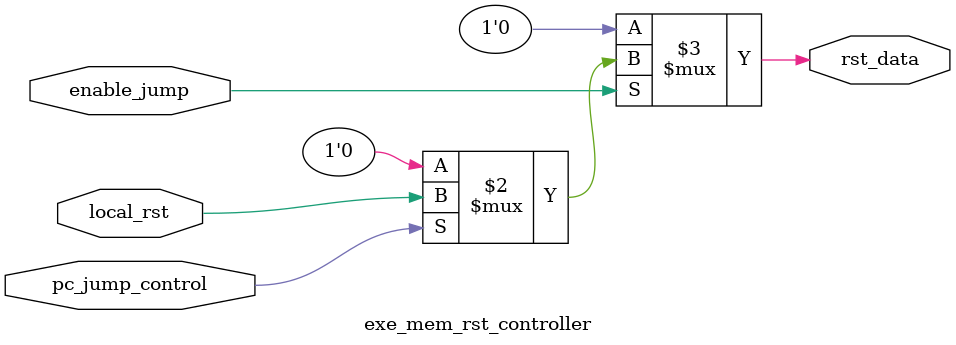
<source format=sv>
`timescale 1ns/10ps
module exe_mem_rst_controller(
						local_rst,
						//global_rst,
						pc_jump_control,
						enable_jump,
						//bus_stall,						
						rst_data
						);
output logic rst_data;

input  logic pc_jump_control;
input  logic local_rst;
//input  logic global_rst;
input  logic enable_jump;
//input  logic bus_stall;
always_comb
begin
    //rst_data=bus_stall?1'b0:( enable_jump ? ( pc_jump_control ? local_rst:1'b0) :1'b0);
    //rst_data=bus_stall?1'b0:( enable_jump ? ( pc_jump_control ? local_rst:1'b0) :1'b0);
    rst_data=enable_jump ? ( pc_jump_control ? local_rst:1'b0) :1'b0;
end

endmodule
</source>
